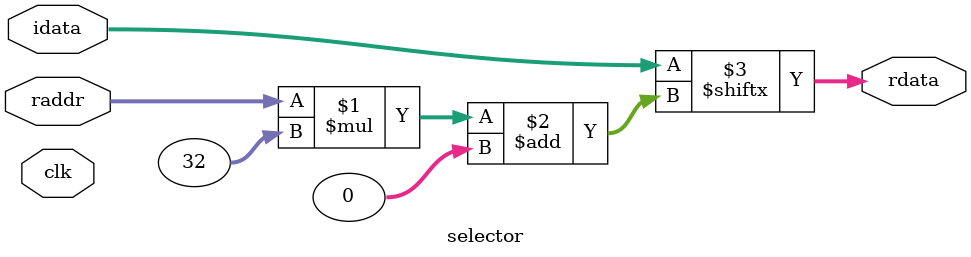
<source format=v>
`timescale 1ns / 1ps


module selector(
    input clk,
    input [1023:0]idata,
    input [4:0]raddr,//5Î»µØÖ·Ñ¡ÔñÏß
    output [31:0] rdata//¶Á³ö31Î»Êý¾Ý
    );
    assign rdata=idata[raddr*32+:32];
  
endmodule

</source>
